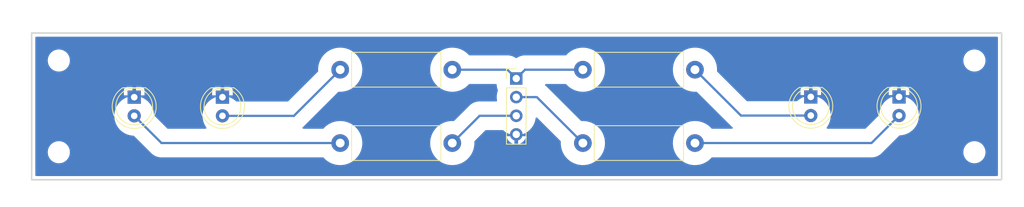
<source format=kicad_pcb>
(kicad_pcb (version 20240108) (generator "pcbnew") (generator_version "8.0")
  (layers (0 "F.Cu" signal) (31 "B.Cu" signal) (34 "B.Paste" user) (35 "F.Paste" user) (36 "B.SilkS" user "B.Silkscreen") (37 "F.SilkS" user "F.Silkscreen") (38 "B.Mask" user) (39 "F.Mask" user) (44 "Edge.Cuts" user))
  (net 0 "")
  (net 1 "/Brake")
  (net 2 "/Right")
  (net 3 "/Left")
  (net 4 "GND")
  (net 5 "Net-(D1-A)")
  (net 6 "Net-(D2-A)")
  (net 7 "Net-(D3-A)")
  (net 8 "Net-(D4-A)")
  (footprint "MountingHole:MountingHole_2.5mm" (layer "F.Cu") (at 200.5 105)
    (property "Reference" "H4" (hide yes))
    (property "Value" "MountingHole")
    (pad "" np_thru_hole circle (at 0 0) (size 2.5 2.5) (drill 2.5) (layers "*.Cu" "*.Mask"))
  )
  (footprint "Resistor_THT:R_Axial_DIN0414_L11.9mm_D4.5mm_P15.24mm_Horizontal" (layer "F.Cu") (at 129.5 93.75 180)
    (property "Reference" "R2" (hide yes))
    (property "Value" "R_US")
    (fp_line (start 13.8 0) (end 13.69 0) (stroke (width 0.12)) (layer "F.SilkS"))
    (fp_line (start 13.69 2.37) (end 13.69 -2.37) (stroke (width 0.12)) (layer "F.SilkS"))
    (fp_line (start 13.69 -2.37) (end 1.55 -2.37) (stroke (width 0.12)) (layer "F.SilkS"))
    (fp_line (start 1.55 2.37) (end 13.69 2.37) (stroke (width 0.12)) (layer "F.SilkS"))
    (fp_line (start 1.55 -2.37) (end 1.55 2.37) (stroke (width 0.12)) (layer "F.SilkS"))
    (fp_line (start 1.44 0) (end 1.55 0) (stroke (width 0.12)) (layer "F.SilkS"))
    (pad "1" thru_hole circle (at 0 0 180) (size 2.4 2.4) (drill 1.2) (layers "*.Cu" "*.Mask") (net 1 "/Brake"))
    (pad "2" thru_hole oval (at 15.24 0 180) (size 2.4 2.4) (drill 1.2) (layers "*.Cu" "*.Mask") (net 6 "Net-(D2-A)"))
  )
  (footprint "LED_THT:LED_D5.0mm_Clear" (layer "F.Cu") (at 98.25 97.5 -90)
    (property "Reference" "D2" (hide yes))
    (property "Value" "LED")
    (fp_line (start -1.29 -1.545) (end -1.29 1.545) (stroke (width 0.12)) (layer "F.SilkS"))
    (fp_arc (start 4.26 -0.000462) (mid 2.072002 2.880433) (end -1.29 1.54483) (stroke (width 0.12)) (layer "F.SilkS"))
    (fp_arc (start -1.29 -1.54483) (mid 2.072002 -2.880433) (end 4.26 0.000462) (stroke (width 0.12)) (layer "F.SilkS"))
    (fp_circle (center 1.27 0) (end 3.77 0) (stroke (width 0.12)) (fill none) (layer "F.SilkS"))
    (pad "1" thru_hole rect (at 0 0 270) (size 1.8 1.8) (drill 0.9) (layers "*.Cu" "*.Mask") (net 4 "GND"))
    (pad "2" thru_hole circle (at 2.54 0 270) (size 1.8 1.8) (drill 0.9) (layers "*.Cu" "*.Mask") (net 6 "Net-(D2-A)"))
  )
  (footprint "MountingHole:MountingHole_2.5mm" (layer "F.Cu") (at 76 92.5)
    (property "Reference" "H1" (hide yes))
    (property "Value" "MountingHole")
    (pad "" np_thru_hole circle (at 0 0) (size 2.5 2.5) (drill 2.5) (layers "*.Cu" "*.Mask"))
  )
  (footprint "LED_THT:LED_D5.0mm_Clear" (layer "F.Cu") (at 86.25 97.5 -90)
    (property "Reference" "D1" (hide yes))
    (property "Value" "LED")
    (fp_line (start -1.29 -1.545) (end -1.29 1.545) (stroke (width 0.12)) (layer "F.SilkS"))
    (fp_arc (start 4.26 -0.000462) (mid 2.072002 2.880433) (end -1.29 1.54483) (stroke (width 0.12)) (layer "F.SilkS"))
    (fp_arc (start -1.29 -1.54483) (mid 2.072002 -2.880433) (end 4.26 0.000462) (stroke (width 0.12)) (layer "F.SilkS"))
    (fp_circle (center 1.27 0) (end 3.77 0) (stroke (width 0.12)) (fill none) (layer "F.SilkS"))
    (pad "1" thru_hole rect (at 0 0 270) (size 1.8 1.8) (drill 0.9) (layers "*.Cu" "*.Mask") (net 4 "GND"))
    (pad "2" thru_hole circle (at 2.54 0 270) (size 1.8 1.8) (drill 0.9) (layers "*.Cu" "*.Mask") (net 5 "Net-(D1-A)"))
  )
  (footprint "MountingHole:MountingHole_2.5mm" (layer "F.Cu") (at 76 105)
    (property "Reference" "H2" (hide yes))
    (property "Value" "MountingHole")
    (pad "" np_thru_hole circle (at 0 0) (size 2.5 2.5) (drill 2.5) (layers "*.Cu" "*.Mask"))
  )
  (footprint "Resistor_THT:R_Axial_DIN0414_L11.9mm_D4.5mm_P15.24mm_Horizontal" (layer "F.Cu") (at 129.5 103.75 180)
    (property "Reference" "R1" (hide yes))
    (property "Value" "R_US")
    (fp_line (start 13.8 0) (end 13.69 0) (stroke (width 0.12)) (layer "F.SilkS"))
    (fp_line (start 13.69 2.37) (end 13.69 -2.37) (stroke (width 0.12)) (layer "F.SilkS"))
    (fp_line (start 13.69 -2.37) (end 1.55 -2.37) (stroke (width 0.12)) (layer "F.SilkS"))
    (fp_line (start 1.55 2.37) (end 13.69 2.37) (stroke (width 0.12)) (layer "F.SilkS"))
    (fp_line (start 1.55 -2.37) (end 1.55 2.37) (stroke (width 0.12)) (layer "F.SilkS"))
    (fp_line (start 1.44 0) (end 1.55 0) (stroke (width 0.12)) (layer "F.SilkS"))
    (pad "1" thru_hole circle (at 0 0 180) (size 2.4 2.4) (drill 1.2) (layers "*.Cu" "*.Mask") (net 2 "/Right"))
    (pad "2" thru_hole oval (at 15.24 0 180) (size 2.4 2.4) (drill 1.2) (layers "*.Cu" "*.Mask") (net 5 "Net-(D1-A)"))
  )
  (footprint "Resistor_THT:R_Axial_DIN0414_L11.9mm_D4.5mm_P15.24mm_Horizontal" (layer "F.Cu") (at 147.26 93.75)
    (property "Reference" "R3" (hide yes))
    (property "Value" "R_US")
    (fp_line (start 1.44 0) (end 1.55 0) (stroke (width 0.12)) (layer "F.SilkS"))
    (fp_line (start 1.55 -2.37) (end 1.55 2.37) (stroke (width 0.12)) (layer "F.SilkS"))
    (fp_line (start 1.55 2.37) (end 13.69 2.37) (stroke (width 0.12)) (layer "F.SilkS"))
    (fp_line (start 13.69 -2.37) (end 1.55 -2.37) (stroke (width 0.12)) (layer "F.SilkS"))
    (fp_line (start 13.69 2.37) (end 13.69 -2.37) (stroke (width 0.12)) (layer "F.SilkS"))
    (fp_line (start 13.8 0) (end 13.69 0) (stroke (width 0.12)) (layer "F.SilkS"))
    (pad "1" thru_hole circle (at 0 0) (size 2.4 2.4) (drill 1.2) (layers "*.Cu" "*.Mask") (net 1 "/Brake"))
    (pad "2" thru_hole oval (at 15.24 0) (size 2.4 2.4) (drill 1.2) (layers "*.Cu" "*.Mask") (net 7 "Net-(D3-A)"))
  )
  (footprint "Connector_PinHeader_2.54mm:PinHeader_1x04_P2.54mm_Vertical" (layer "F.Cu") (at 138.2 94.95)
    (property "Reference" "J1" (hide yes))
    (property "Value" "Conn_01x04_Pin")
    (fp_line (start -1.33 -1.33) (end 0 -1.33) (stroke (width 0.12)) (layer "F.SilkS"))
    (fp_line (start -1.33 0) (end -1.33 -1.33) (stroke (width 0.12)) (layer "F.SilkS"))
    (fp_line (start -1.33 1.27) (end -1.33 8.95) (stroke (width 0.12)) (layer "F.SilkS"))
    (fp_line (start -1.33 1.27) (end 1.33 1.27) (stroke (width 0.12)) (layer "F.SilkS"))
    (fp_line (start -1.33 8.95) (end 1.33 8.95) (stroke (width 0.12)) (layer "F.SilkS"))
    (fp_line (start 1.33 1.27) (end 1.33 8.95) (stroke (width 0.12)) (layer "F.SilkS"))
    (pad "1" thru_hole rect (at 0 0) (size 1.7 1.7) (drill 1) (layers "*.Cu" "*.Mask") (net 1 "/Brake"))
    (pad "2" thru_hole oval (at 0 2.54) (size 1.7 1.7) (drill 1) (layers "*.Cu" "*.Mask") (net 3 "/Left"))
    (pad "3" thru_hole oval (at 0 5.08) (size 1.7 1.7) (drill 1) (layers "*.Cu" "*.Mask") (net 2 "/Right"))
    (pad "4" thru_hole oval (at 0 7.62) (size 1.7 1.7) (drill 1) (layers "*.Cu" "*.Mask") (net 4 "GND"))
  )
  (footprint "LED_THT:LED_D5.0mm_Clear" (layer "F.Cu") (at 178.25 97.46 -90)
    (property "Reference" "D3" (hide yes))
    (property "Value" "LED")
    (fp_line (start -1.29 -1.545) (end -1.29 1.545) (stroke (width 0.12)) (layer "F.SilkS"))
    (fp_arc (start 4.26 -0.000462) (mid 2.072002 2.880433) (end -1.29 1.54483) (stroke (width 0.12)) (layer "F.SilkS"))
    (fp_arc (start -1.29 -1.54483) (mid 2.072002 -2.880433) (end 4.26 0.000462) (stroke (width 0.12)) (layer "F.SilkS"))
    (fp_circle (center 1.27 0) (end 3.77 0) (stroke (width 0.12)) (fill none) (layer "F.SilkS"))
    (pad "1" thru_hole rect (at 0 0 270) (size 1.8 1.8) (drill 0.9) (layers "*.Cu" "*.Mask") (net 4 "GND"))
    (pad "2" thru_hole circle (at 2.54 0 270) (size 1.8 1.8) (drill 0.9) (layers "*.Cu" "*.Mask") (net 7 "Net-(D3-A)"))
  )
  (footprint "MountingHole:MountingHole_2.5mm" (layer "F.Cu") (at 200.5 92.5)
    (property "Reference" "H3" (hide yes))
    (property "Value" "MountingHole")
    (pad "" np_thru_hole circle (at 0 0) (size 2.5 2.5) (drill 2.5) (layers "*.Cu" "*.Mask"))
  )
  (footprint "Resistor_THT:R_Axial_DIN0414_L11.9mm_D4.5mm_P15.24mm_Horizontal" (layer "F.Cu") (at 147.26 103.75)
    (property "Reference" "R4" (hide yes))
    (property "Value" "R_US")
    (fp_line (start 1.44 0) (end 1.55 0) (stroke (width 0.12)) (layer "F.SilkS"))
    (fp_line (start 1.55 -2.37) (end 1.55 2.37) (stroke (width 0.12)) (layer "F.SilkS"))
    (fp_line (start 1.55 2.37) (end 13.69 2.37) (stroke (width 0.12)) (layer "F.SilkS"))
    (fp_line (start 13.69 -2.37) (end 1.55 -2.37) (stroke (width 0.12)) (layer "F.SilkS"))
    (fp_line (start 13.69 2.37) (end 13.69 -2.37) (stroke (width 0.12)) (layer "F.SilkS"))
    (fp_line (start 13.8 0) (end 13.69 0) (stroke (width 0.12)) (layer "F.SilkS"))
    (pad "1" thru_hole circle (at 0 0) (size 2.4 2.4) (drill 1.2) (layers "*.Cu" "*.Mask") (net 3 "/Left"))
    (pad "2" thru_hole oval (at 15.24 0) (size 2.4 2.4) (drill 1.2) (layers "*.Cu" "*.Mask") (net 8 "Net-(D4-A)"))
  )
  (footprint "LED_THT:LED_D5.0mm_Clear" (layer "F.Cu") (at 190.25 97.46 -90)
    (property "Reference" "D4" (hide yes))
    (property "Value" "LED")
    (fp_line (start -1.29 -1.545) (end -1.29 1.545) (stroke (width 0.12)) (layer "F.SilkS"))
    (fp_arc (start 4.26 -0.000462) (mid 2.072002 2.880433) (end -1.29 1.54483) (stroke (width 0.12)) (layer "F.SilkS"))
    (fp_arc (start -1.29 -1.54483) (mid 2.072002 -2.880433) (end 4.26 0.000462) (stroke (width 0.12)) (layer "F.SilkS"))
    (fp_circle (center 1.27 0) (end 3.77 0) (stroke (width 0.12)) (fill none) (layer "F.SilkS"))
    (pad "1" thru_hole rect (at 0 0 270) (size 1.8 1.8) (drill 0.9) (layers "*.Cu" "*.Mask") (net 4 "GND"))
    (pad "2" thru_hole circle (at 2.54 0 270) (size 1.8 1.8) (drill 0.9) (layers "*.Cu" "*.Mask") (net 8 "Net-(D4-A)"))
  )
  (gr_rect (start 72.3 88.75) (end 204.2 108.75) (stroke (width 0.2)) (fill none) (layer "Edge.Cuts"))
  (segment (start 138.2 94.95) (end 139.4 93.75) (width 0.3) (layer "B.Cu") (net 1))
  (segment (start 137 93.75) (end 138.2 94.95) (width 0.3) (layer "B.Cu") (net 1))
  (segment (start 139.4 93.75) (end 147.26 93.75) (width 0.3) (layer "B.Cu") (net 1))
  (segment (start 129.5 93.75) (end 137 93.75) (width 0.3) (layer "B.Cu") (net 1))
  (segment (start 129.5 103.75) (end 133.22 100.03) (width 0.3) (layer "B.Cu") (net 2))
  (segment (start 133.22 100.03) (end 138.2 100.03) (width 0.3) (layer "B.Cu") (net 2))
  (segment (start 141.01 97.5) (end 140.75 97.5) (width 0.3) (layer "B.Cu") (net 3))
  (segment (start 140.74 97.49) (end 138.2 97.49) (width 0.3) (layer "B.Cu") (net 3))
  (segment (start 147.26 103.75) (end 141.01 97.5) (width 0.3) (layer "B.Cu") (net 3))
  (segment (start 140.75 97.5) (end 140.74 97.49) (width 0.3) (layer "B.Cu") (net 3))
  (segment (start 114.26 103.75) (end 89.96 103.75) (width 0.3) (layer "B.Cu") (net 5))
  (segment (start 89.96 103.75) (end 86.25 100.04) (width 0.3) (layer "B.Cu") (net 5))
  (segment (start 107.97 100.04) (end 114.26 93.75) (width 0.3) (layer "B.Cu") (net 6))
  (segment (start 98.25 100.04) (end 107.97 100.04) (width 0.3) (layer "B.Cu") (net 6))
  (segment (start 178.25 100) (end 168.75 100) (width 0.3) (layer "B.Cu") (net 7))
  (segment (start 168.75 100) (end 162.5 93.75) (width 0.3) (layer "B.Cu") (net 7))
  (segment (start 186.5 103.75) (end 162.5 103.75) (width 0.3) (layer "B.Cu") (net 8))
  (segment (start 190.25 100) (end 186.5 103.75) (width 0.3) (layer "B.Cu") (net 8))
  (zone (net 4) (net_name "GND") (layer "B.Cu") (connect_pads (clearance 1.8)) (min_thickness 0.25) (fill yes (thermal_gap 0.5) (thermal_bridge_width 0.5))
    (polygon (pts (xy 206.75 84.25) (xy 70.75 85.5) (xy 68 112.5) (xy 207.25 111.5)))
  )
)
</source>
